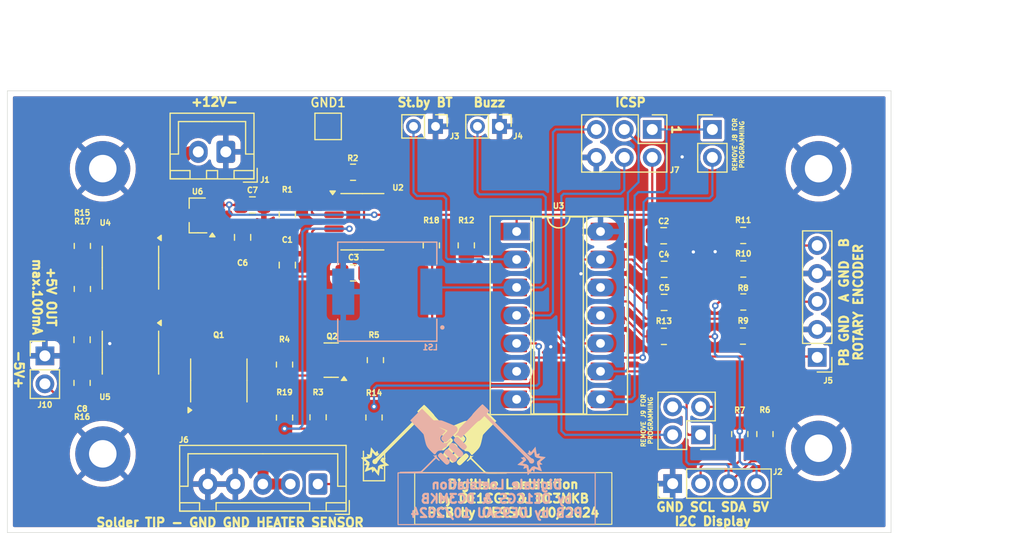
<source format=kicad_pcb>
(kicad_pcb (version 20240108) (generator "pcbnew") (generator_version "8.0")
  (layers (0 "F.Cu" signal) (31 "B.Cu" signal) (34 "B.Paste" user) (35 "F.Paste" user) (36 "B.SilkS" user "B.Silkscreen") (37 "F.SilkS" user "F.Silkscreen") (38 "B.Mask" user) (39 "F.Mask" user) (44 "Edge.Cuts" user))
  (net 0 "")
  (net 1 "GND")
  (net 2 "Net-(U2-+)")
  (net 3 "+5V")
  (net 4 "Net-(U3-PA3)")
  (net 5 "+12V")
  (net 6 "Net-(J2-Pin_2)")
  (net 7 "Net-(J2-Pin_3)")
  (net 8 "Net-(J3-Pin_2)")
  (net 9 "Net-(J4-Pin_2)")
  (net 10 "Net-(J5-Pin_1)")
  (net 11 "Net-(J5-Pin_3)")
  (net 12 "Net-(J5-Pin_5)")
  (net 13 "Net-(J6-Pin_2)")
  (net 14 "Net-(J6-Pin_1)")
  (net 15 "Net-(J8-Pin_2)")
  (net 16 "Net-(J7-MISO)")
  (net 17 "Net-(Q1-G)")
  (net 18 "Net-(Q2-G)")
  (net 19 "Net-(U2--)")
  (net 20 "Net-(R18-Pad1)")
  (net 24 "Net-(J7-~{RST})")
  (net 26 "Net-(U3-PA1)")
  (net 27 "Net-(U3-AREF{slash}PA0)")
  (net 28 "Net-(D1-A)")
  (net 29 "Net-(U3-PB2)")
  (net 30 "Net-(J7-MOSI)")
  (net 31 "Net-(J7-SCK)")
  (net 32 "Net-(U5-ADJ)")
  (net 33 "Net-(U5-VI)")
  (net 38 "Net-(J10-Pin_2)")
  (footprint "Resistor_SMD:R_0805_2012Metric_Pad1.20x1.40mm_HandSolder" (layer "F.Cu") (at 139.2174 85.6648 90)
    (property "Reference" "R12")
    (property "Value" "10k")
  )
  (footprint "Capacitor_SMD:C_0805_2012Metric_Pad1.18x1.45mm_HandSolder" (layer "F.Cu") (at 128.9597 88.17 180)
    (property "Reference" "C3")
    (property "Value" "10nF")
  )
  (footprint "Resistor_SMD:R_0805_2012Metric_Pad1.20x1.40mm_HandSolder" (layer "F.Cu") (at 125.7554 101.2828 -90)
    (property "Reference" "R3")
    (property "Value" "5K6")
  )
  (footprint "Resistor_SMD:R_0805_2012Metric_Pad1.20x1.40mm_HandSolder" (layer "F.Cu") (at 164.3794 87.8144)
    (property "Reference" "R10")
    (property "Value" "10k")
  )
  (footprint "Resistor_SMD:R_0805_2012Metric_Pad1.20x1.40mm_HandSolder" (layer "F.Cu") (at 104.3432 85.7186 -90)
    (property "Reference" "R15")
    (property "Value" "12")
  )
  (footprint "Capacitor_SMD:C_0805_2012Metric_Pad1.18x1.45mm_HandSolder" (layer "F.Cu") (at 157.1889 90.8498 180)
    (property "Reference" "C5")
    (property "Value" "10nF")
  )
  (footprint "MountingHole:MountingHole_2.5mm_Pad" (layer "F.Cu") (at 106.1974 78.6958)
    (property "Reference" "H1" (hide yes))
    (property "Value" "MountingHole_Pad" (hide yes))
  )
  (footprint "Resistor_SMD:R_0805_2012Metric_Pad1.20x1.40mm_HandSolder" (layer "F.Cu") (at 104.3432 89.6272 -90)
    (property "Reference" "R17")
    (property "Value" "750")
  )
  (footprint "Resistor_SMD:R_0805_2012Metric_Pad1.20x1.40mm_HandSolder" (layer "F.Cu") (at 136.0424 85.6714 -90)
    (property "Reference" "R18")
    (property "Value" "5K6")
  )
  (footprint "Connector_PinHeader_2.54mm:PinHeader_1x04_P2.54mm_Vertical" (layer "F.Cu") (at 157.9626 107.3089 90)
    (property "Reference" "J2")
    (property "Value" "I2C")
  )
  (footprint "Resistor_SMD:R_0805_2012Metric_Pad1.20x1.40mm_HandSolder" (layer "F.Cu") (at 122.7074 96.4918 -90)
    (property "Reference" "R4")
    (property "Value" "10K")
  )
  (footprint "Resistor_SMD:R_0805_2012Metric_Pad1.20x1.40mm_HandSolder" (layer "F.Cu") (at 130.9624 96.0918 90)
    (property "Reference" "R5")
    (property "Value" "1K")
  )
  (footprint "Package_TO_SOT_SMD:SOT-23" (layer "F.Cu") (at 126.9469 96.0918 180)
    (property "Reference" "Q2")
    (property "Value" "IRLML2060")
  )
  (footprint "Resistor_SMD:R_0805_2012Metric_Pad1.20x1.40mm_HandSolder" (layer "F.Cu") (at 122.7074 101.3148 -90)
    (property "Reference" "R19")
    (property "Value" "100k")
  )
  (footprint "Connector_PinHeader_2.54mm:PinHeader_1x02_P2.54mm_Vertical" (layer "F.Cu") (at 161.5694 75.1398)
    (property "Reference" "J8" (hide yes))
    (property "Value" "PROG-JUMP")
  )
  (footprint "Connector_PinHeader_2.00mm:PinHeader_1x02_P2.00mm_Vertical" (layer "F.Cu") (at 142.2334 74.8604 -90)
    (property "Reference" "J4")
    (property "Value" "Buzz")
  )
  (footprint "MountingHole:MountingHole_2.5mm_Pad" (layer "F.Cu") (at 106.1974 104.6038)
    (property "Reference" "H3" (hide yes))
    (property "Value" "MountingHole_Pad" (hide yes))
  )
  (footprint "Connector_PinHeader_2.54mm:PinHeader_2x03_P2.54mm_Vertical" (layer "F.Cu") (at 156.1084 75.1398 -90)
    (property "Reference" "J7")
    (property "Value" "ISP")
  )
  (footprint "Package_TO_SOT_SMD:SOT-23_Handsoldering" (layer "F.Cu") (at 114.8066 82.9478 180)
    (property "Reference" "U6")
    (property "Value" "MCP1703Ax-120xxTT")
  )
  (footprint "Package_SO:SOIC-8_3.9x4.9mm_P1.27mm" (layer "F.Cu") (at 108.712 95.4106 -90)
    (property "Reference" "U5")
    (property "Value" "LM317L_SO8")
  )
  (footprint "Package_SO:SOIC-8_3.9x4.9mm_P1.27mm" (layer "F.Cu") (at 116.7384 97.9348 90)
    (property "Reference" "Q1")
    (property "Value" "IRF7416")
  )
  (footprint "Connector_JST:JST_XH_B2B-XH-A_1x02_P2.50mm_Vertical" (layer "F.Cu") (at 117.3734 77.1718 180)
    (property "Reference" "J1")
    (property "Value" "12V POW")
  )
  (footprint "Package_DIP:DIP-14_W7.62mm_LongPads" (layer "F.Cu") (at 143.7894 84.4108)
    (property "Reference" "U3")
    (property "Value" "ATtiny84V-10P")
  )
  (footprint "Capacitor_SMD:C_0805_2012Metric_Pad1.18x1.45mm_HandSolder" (layer "F.Cu") (at 122.9614 87.4588 90)
    (property "Reference" "C1")
    (property "Value" "10nF")
  )
  (footprint "Package_SO:SO-8_3.9x4.9mm_P1.27mm" (layer "F.Cu") (at 129.7782 83.5218)
    (property "Reference" "U2")
    (property "Value" "OPA336Ux")
  )
  (footprint "MountingHole:MountingHole_2.5mm_Pad" (layer "F.Cu") (at 171.2214 104.0958)
    (property "Reference" "H2" (hide yes))
    (property "Value" "MountingHole_Pad" (hide yes))
  )
  (footprint "Capacitor_SMD:C_0805_2012Metric_Pad1.18x1.45mm_HandSolder" (layer "F.Cu") (at 157.1889 87.8398)
    (property "Reference" "C4")
    (property "Value" "10nF")
  )
  (footprint "Resistor_SMD:R_0805_2012Metric_Pad1.20x1.40mm_HandSolder" (layer "F.Cu") (at 164.3794 90.8116 180)
    (property "Reference" "R8")
    (property "Value" "10k")
  )
  (footprint "Connector_PinHeader_2.54mm:PinHeader_1x02_P2.54mm_Vertical" (layer "F.Cu") (at 100.9396 95.7022)
    (property "Reference" "J10")
    (property "Value" "5V/100mA")
  )
  (footprint "Resistor_SMD:R_0805_2012Metric_Pad1.20x1.40mm_HandSolder" (layer "F.Cu") (at 164.3474 93.9104 180)
    (property "Reference" "R9")
    (property "Value" "10k")
  )
  (footprint "Resistor_SMD:R_0805_2012Metric_Pad1.20x1.40mm_HandSolder" (layer "F.Cu") (at 130.8354 101.3018 90)
    (property "Reference" "R14")
    (property "Value" "10k")
  )
  (footprint "Resistor_SMD:R_0805_2012Metric_Pad1.20x1.40mm_HandSolder" (layer "F.Cu") (at 164.0586 102.8098 90)
    (property "Reference" "R7")
    (property "Value" "4k7")
  )
  (footprint "Capacitor_SMD:C_0805_2012Metric_Pad1.18x1.45mm_HandSolder" (layer "F.Cu") (at 119.7903 81.9978)
    (property "Reference" "C7")
    (property "Value" "1uF")
  )
  (footprint "Resistor_SMD:R_0805_2012Metric_Pad1.20x1.40mm_HandSolder" (layer "F.Cu") (at 128.9304 79.026)
    (property "Reference" "R2")
    (property "Value" "68k")
  )
  (footprint "Package_DIP:DIP-14_W8.89mm_SMDSocket_LongPads" (layer "F.Cu") (at 147.6248 92.0308)
    (property "Reference" "U3" (hide yes))
    (property "Value" "ATtiny84V-10P")
  )
  (footprint "Resistor_SMD:R_0805_2012Metric_Pad1.20x1.40mm_HandSolder" (layer "F.Cu") (at 122.9614 82.8708 90)
    (property "Reference" "R1")
    (property "Value" "100R")
  )
  (footprint "LED_SMD:LED_0805_2012Metric" (layer "F.Cu") (at 130.8354 105.3658 90)
    (property "Reference" "D1" (hide yes))
    (property "Value" "LED" (hide yes))
  )
  (footprint "Resistor_SMD:R_0805_2012Metric_Pad1.20x1.40mm_HandSolder" (layer "F.Cu") (at 104.3178 98.1616 -90)
    (property "Reference" "R16")
    (property "Value" "240")
  )
  (footprint "Resistor_SMD:R_0805_2012Metric_Pad1.20x1.40mm_HandSolder" (layer "F.Cu") (at 164.3728 84.7664 180)
    (property "Reference" "R11")
    (property "Value" "10k")
  )
  (footprint "Capacitor_SMD:C_0805_2012Metric_Pad1.18x1.45mm_HandSolder" (layer "F.Cu") (at 104.3178 94.2367 90)
    (property "Reference" "C8")
    (property "Value" "1uF")
  )
  (footprint "Capacitor_SMD:C_0805_2012Metric_Pad1.18x1.45mm_HandSolder" (layer "F.Cu") (at 118.8974 84.9403 90)
    (property "Reference" "C6")
    (property "Value" "1uF")
  )
  (footprint "TestPoint:TestPoint_Pad_2.0x2.0mm" (layer "F.Cu") (at 126.6698 74.8604)
    (property "Reference" "GND1")
    (property "Value" "GND")
  )
  (footprint "Connector_PinHeader_2.00mm:PinHeader_1x02_P2.00mm_Vertical" (layer "F.Cu") (at 136.4234 74.8604 -90)
    (property "Reference" "J3")
    (property "Value" "Std.by")
  )
  (footprint "LOGO" (layer "F.Cu") (at 136.4234 103.2068)
    (property "Reference" "G10" (hide yes))
    (property "Value" "LOGO" (hide yes))
  )
  (footprint "Package_SO:SOIC-8_3.9x4.9mm_P1.27mm" (layer "F.Cu") (at 108.712 87.692 -90)
    (property "Reference" "U4")
    (property "Value" "LM317L_SO8")
  )
  (footprint "Connector_PinHeader_2.54mm:PinHeader_1x05_P2.54mm_Vertical" (layer "F.Cu") (at 171.0944 95.8408 180)
    (property "Reference" "J5")
    (property "Value" "Conn_01x05_Pin")
  )
  (footprint "Resistor_SMD:R_0805_2012Metric_Pad1.20x1.40mm_HandSolder" (layer "F.Cu") (at 166.3446 102.8098 90)
    (property "Reference" "R6")
    (property "Value" "4k7")
  )
  (footprint "MountingHole:MountingHole_2.5mm_Pad" (layer "F.Cu") (at 171.2214 78.6958)
    (property "Reference" "H4" (hide yes))
    (property "Value" "MountingHole_Pad" (hide yes))
  )
  (footprint "Resistor_SMD:R_0805_2012Metric_Pad1.20x1.40mm_HandSolder" (layer "F.Cu") (at 157.1674 93.9358)
    (property "Reference" "R13")
    (property "Value" "10k")
  )
  (footprint "Connector_JST:JST_XH_B5B-XH-A_1x05_P2.50mm_Vertical" (layer "F.Cu") (at 125.7408 107.347 180)
    (property "Reference" "J6")
    (property "Value" "Tip")
  )
  (footprint "Capacitor_SMD:C_0805_2012Metric_Pad1.18x1.45mm_HandSolder" (layer "F.Cu") (at 157.1459 84.7918)
    (property "Reference" "C2")
    (property "Value" "100nF")
  )
  (footprint "Connector_PinHeader_2.54mm:PinHeader_2x02_P2.54mm_Vertical" (layer "F.Cu") (at 160.5026 102.8766 180)
    (property "Reference" "J9" (hide yes))
    (property "Value" "PROG-JUMP2")
  )
  (footprint "LOGO" (layer "B.Cu") (at 139.6492 103.156 180)
    (property "Reference" "G10" (hide yes))
    (property "Value" "LOGO" (hide yes))
  )
  (footprint "CPT-9019S-SMT:CUI_CPT-9019S-SMT" (layer "B.Cu") (at 132.0424 89.8718 90)
    (property "Reference" "LS1")
    (property "Value" "CPT-9019S-SMT" (hide yes))
  )
  (gr_line (start 97.536 71.628) (end 177.8 71.628) (stroke (width 0.05)) (layer "Edge.Cuts"))
  (gr_line (start 177.8 71.628) (end 177.8 111.76) (stroke (width 0.05)) (layer "Edge.Cuts"))
  (gr_line (start 177.8 111.76) (end 97.536 111.76) (stroke (width 0.05)) (layer "Edge.Cuts"))
  (gr_line (start 97.536 111.76) (end 97.536 71.628) (stroke (width 0.05)) (layer "Edge.Cuts"))
  (gr_text "REMOVE J8 FOR\nPROGRAMMING" (at 164.4904 76.5114 90) (layer "F.SilkS") (effects (font (size 0.4 0.4) (thickness 0.1) (bold yes)) (justify bottom)))
  (gr_text "1" (at 157.8102 74.6572 -90) (layer "F.SilkS") (effects (font (size 0.8 0.8) (thickness 0.2) (bold yes)) (justify left bottom)))
  (gr_text "ICSP" (at 152.6286 73.1586 0) (layer "F.SilkS") (effects (font (size 0.8 0.8) (thickness 0.2) (bold yes)) (justify left bottom)))
  (gr_text "PB GND  A GND  B\nROTARY ENCODER" (at 175.2854 90.837 90) (layer "F.SilkS") (effects (font (size 0.8 0.8) (thickness 0.2) (bold yes)) (justify bottom)))
  (gr_text "REMOVE J9 FOR\nPROGRAMMING" (at 156.1846 101.5812 90) (layer "F.SilkS") (effects (font (size 0.4 0.4) (thickness 0.1) (bold yes)) (justify bottom)))
  (gr_text "Solder TIP - GND GND HEATER SENSOR" (at 117.7544 111.3094 0) (layer "F.SilkS") (effects (font (size 0.8 0.8) (thickness 0.2) (bold yes)) (justify bottom)))
  (gr_text "+5V OUT\nmax.100mA" (at 99.7712 90.3478 270) (layer "F.SilkS") (effects (font (size 0.8 0.8) (thickness 0.2) (bold yes)) (justify bottom)))
  (gr_text "St.by BT" (at 132.8674 73.1586 0) (layer "F.SilkS") (effects (font (size 0.8 0.8) (thickness 0.2) (bold yes)) (justify left bottom)))
  (gr_text "GND SCL SDA 5V\nI2C Display" (at 161.5948 111.1951 0) (layer "F.SilkS") (effects (font (size 0.8 0.8) (thickness 0.2) (bold yes)) (justify bottom)))
  (gr_text "-5V+" (at 98.1202 95.123 270) (layer "F.SilkS") (effects (font (size 0.8 0.8) (thickness 0.2) (bold yes)) (justify left bottom)))
  (gr_text "Buzz" (at 139.7762 73.1586 0) (layer "F.SilkS") (effects (font (size 0.8 0.8) (thickness 0.2) (bold yes)) (justify left bottom)))
  (gr_text "+12V-" (at 114.1222 73.1078 0) (layer "F.SilkS") (effects (font (size 0.8 0.8) (thickness 0.2) (bold yes)) (justify left bottom)))
  (gr_text_box "Digitale Loetstation\nby OE1CGS & DC3MKB\nPCB by OE9SAU 10/2024" (start 133.0198 106.331) (end 150.9268 111.03) (layer "B.SilkS") (effects (font (size 0.8 0.8) (thickness 0.2) (bold yes)) (justify top mirror)) (border yes) (stroke (width 0.1)))
  (gr_text_box "Digitale Loetstation\nby OE1CGS & DC3MKB\nPCB by OE9SAU 10/2024" (start 134.5311 106.3056) (end 152.4381 111.0046) (layer "F.SilkS") (effects (font (size 0.8 0.8) (thickness 0.2) (bold yes)) (justify top)) (border yes) (stroke (width 0.1)))
  (via (at 146.8882 94.8756) (size 0.6) (drill 0.3) (layers "F.Cu" "B.Cu") (net 1))
  (via (at 149.6314 88.2462) (size 0.6) (drill 0.3) (layers "F.Cu" "B.Cu") (net 1))
  (via (at 161.8234 86.2396) (size 0.6) (drill 0.3) (layers "F.Cu" "B.Cu") (net 1))
  (via (at 159.8422 86.265) (size 0.6) (drill 0.3) (layers "F.Cu" "B.Cu") (net 1))
  (via (at 158.8262 77.629) (size 0.6) (drill 0.3) (layers "F.Cu" "B.Cu") (net 1))
  (via (at 106.8324 94.5896) (size 0.6) (drill 0.3) (layers "F.Cu" "B.Cu") (net 1))
  (segment (start 124.9465 88.4963) (end 122.9614 88.4963) (width 0.2) (layer "F.Cu") (net 2))
  (segment (start 125.222 88.2208) (end 124.9465 88.4963) (width 0.2) (layer "F.Cu") (net 2))
  (segment (start 125.222 84.4108) (end 125.222 88.2208) (width 0.2) (layer "F.Cu") (net 2))
  (segment (start 125.7874 102.3148) (end 125.7554 102.2828) (width 0.2) (layer "F.Cu") (net 2))
  (segment (start 122.7074 102.3148) (end 125.7874 102.3148) (width 0.2) (layer "F.Cu") (net 2))
  (segment (start 125.476 84.1568) (end 125.222 84.4108) (width 0.2) (layer "F.Cu") (net 2))
  (segment (start 128.6002 84.1568) (end 125.476 84.1568) (width 0.2) (layer "F.Cu") (net 2))
  (via (at 122.7074 102.3148) (size 0.6) (drill 0.3) (layers "F.Cu" "B.Cu") (net 2))
  (via (at 128.6002 84.1568) (size 0.6) (drill 0.3) (layers "F.Cu" "B.Cu") (net 2))
  (segment (start 124.6378 84.1568) (end 128.6002 84.1568) (width 0.2) (layer "B.Cu") (net 2))
  (segment (start 124.333 102.0384) (end 124.333 84.4616) (width 0.2) (layer "B.Cu") (net 2))
  (segment (start 124.333 84.4616) (end 124.6378 84.1568) (width 0.2) (layer "B.Cu") (net 2))
  (segment (start 124.0566 102.3148) (end 124.333 102.0384) (width 0.2) (layer "B.Cu") (net 2))
  (segment (start 122.7074 102.3148) (end 124.0566 102.3148) (width 0.2) (layer "B.Cu") (net 2))
  (segment (start 164.3888 83.1662) (end 164.1348 82.9122) (width 0.2) (layer "F.Cu") (net 3))
  (segment (start 143.9887 82.8907) (end 156.1084 82.8907) (width 0.2) (layer "F.Cu") (net 3))
  (segment (start 139.2174 84.6648) (end 140.660414 84.6648) (width 0.2) (layer "F.Cu") (net 3))
  (segment (start 116.3066 81.9978) (end 117.6528 81.9978) (width 0.2) (layer "F.Cu") (net 3))
  (segment (start 158.192 93.9604) (end 161.7734 93.9604) (width 0.2) (layer "F.Cu") (net 3))
  (segment (start 132.8706 82.8868) (end 132.8745 82.8907) (width 0.2) (layer "F.Cu") (net 3))
  (segment (start 162.2044 90.7862) (end 163.3794 90.7862) (width 0.2) (layer "F.Cu") (net 3))
  (segment (start 143.7894 84.4108) (end 143.7894 82.8907) (width 0.2) (layer "F.Cu") (net 3))
  (segment (start 164.0586 102.5464) (end 164.0586 101.8098) (width 0.2) (layer "F.Cu") (net 3))
  (segment (start 130.8608 82.8868) (end 132.8706 82.8868) (width 0.2) (layer "F.Cu") (net 3))
  (segment (start 158.1674 93.9358) (end 158.192 93.9604) (width 0.2) (layer "F.Cu") (net 3))
  (segment (start 161.8361 91.1545) (end 162.2044 90.7862) (width 0.2) (layer "F.Cu") (net 3))
  (segment (start 161.7734 93.9604) (end 161.798 93.9358) (width 0.2) (layer "F.Cu") (net 3))
  (segment (start 140.914414 84.4108) (end 143.7894 84.4108) (width 0.2) (layer "F.Cu") (net 3))
  (segment (start 156.1084 77.6798) (end 156.1084 78.8315) (width 0.2) (layer "F.Cu") (net 3))
  (segment (start 117.6782 81.9724) (end 117.7036 81.9978) (width 0.2) (layer "F.Cu") (net 3))
  (segment (start 156.1084 84.7918) (end 156.1084 82.8907) (width 0.2) (layer "F.Cu") (net 3))
  (segment (start 117.6528 81.9978) (end 117.6782 81.9724) (width 0.2) (layer "F.Cu") (net 3))
  (segment (start 166.3446 101.8098) (end 164.0586 101.8098) (width 0.2) (layer "F.Cu") (net 3))
  (segment (start 163.3794 90.7862) (end 163.3794 87.8144) (width 0.2) (layer "F.Cu") (net 3))
  (segment (start 163.3794 87.8144) (end 164.3888 86.805) (width 0.2) (layer "F.Cu") (net 3))
  (segment (start 164.3888 86.805) (end 164.3888 83.1662) (width 0.2) (layer "F.Cu") (net 3))
  (segment (start 117.7036 81.9978) (end 118.7528 81.9978) (width 0.2) (layer "F.Cu") (net 3))
  (segment (start 156.1084 78.8315) (end 156.1084 82.8907) (width 0.2) (layer "F.Cu") (net 3))
  (segment (start 164.1133 82.8907) (end 164.2618 83.0392) (width 0.2) (layer "F.Cu") (net 3))
  (segment (start 143.7894 82.8907) (end 143.9887 82.8907) (width 0.2) (layer "F.Cu") (net 3))
  (segment (start 156.1084 82.8907) (end 164.1133 82.8907) (width 0.2) (layer "F.Cu") (net 3))
  (segment (start 132.8745 82.8907) (end 143.9887 82.8907) (width 0.2) (layer "F.Cu") (net 3))
  (segment (start 158.1674 93.9358) (end 158.6728 94.4412) (width 0.2) (layer "F.Cu") (net 3))
  (segment (start 140.660414 84.6648) (end 140.914414 84.4108) (width 0.2) (layer "F.Cu") (net 3))
  (via (at 161.8361 91.1545) (size 0.6) (drill 0.3) (layers "F.Cu" "B.Cu") (net 3))
  (via (at 161.798 93.9358) (size 0.6) (drill 0.3) (layers "F.Cu" "B.Cu") (net 3))
  (via (at 117.6782 81.9724) (size 0.6) (drill 0.3) (layers "F.Cu" "B.Cu") (net 3))
  (via (at 164.0586 102.5464) (size 0.6) (drill 0.3) (layers "F.Cu" "B.Cu") (net 3))
  (via (at 130.8608 82.8868) (size 0.6) (drill 0.3) (layers "F.Cu" "B.Cu") (net 3))
  (segment (start 161.798 95.536) (end 161.798 93.9358) (width 0.2) (layer "B.Cu") (net 3))
  (segment (start 165.354 105.5436) (end 164.3126 105.5436) (width 0.2) (layer "B.Cu") (net 3))
  (segment (start 163.8554 95.7646) (end 162.0266 95.7646) (width 0.2) (layer "B.Cu") (net 3))
  (segment (start 164.3126 105.5436) (end 164.0586 105.2896) (width 0.2) (layer "B.Cu") (net 3))
  (segment (start 117.9322 82.8868) (end 117.6782 82.6328) (width 0.2) (layer "B.Cu") (net 3))
  (segment (start 161.7726 93.9104) (end 161.798 93.9358) (width 0.2) (layer "B.Cu") (net 3))
  (segment (start 164.0586 105.2896) (end 164.0586 102.5464) (width 0.2) (layer "B.Cu") (net 3))
  (segment (start 161.8361 91.1545) (end 161.7726 91.218) (width 0.2) (layer "B.Cu") (net 3))
  (segment (start 165.5826 107.3089) (end 165.5826 105.7722) (width 0.2) (layer "B.Cu") (net 3))
  (segment (start 161.7726 91.218) (end 161.7726 93.9104) (width 0.2) (layer "B.Cu") (net 3))
  (segment (start 162.0266 95.7646) (end 161.798 95.536) (width 0.2) (layer "B.Cu") (net 3))
  (segment (start 165.5826 105.7722) (end 165.354 105.5436) (width 0.2) (layer "B.Cu") (net 3))
  (segment (start 164.0586 95.9678) (end 163.8554 95.7646) (width 0.2) (layer "B.Cu") (net 3))
  (segment (start 164.0586 102.5464) (end 164.0586 95.9678) (width 0.2) (layer "B.Cu") (net 3))
  (segment (start 117.6782 82.6328) (end 117.6782 81.9724) (width 0.2) (layer "B.Cu") (net 3))
  (segment (start 130.8608 82.8868) (end 117.9322 82.8868) (width 0.2) (layer "B.Cu") (net 3))
  (segment (start 136.1186 93.0976) (end 136.3218 93.3008) (width 0.2) (layer "F.Cu") (net 4))
  (segment (start 136.3218 93.3008) (end 146.9136 93.3008) (width 0.2) (layer "F.Cu") (net 4))
  (segment (start 136.1186 86.6758) (end 136.1186 93.0976) (width 0.2) (layer "F.Cu") (net 4))
  (segment (start 130.0187 86.9547) (end 130.2976 86.6758) (width 0.2) (layer "F.Cu") (net 4))
  (segment (start 146.9136 93.3008) (end 148.1836 94.5708) (width 0.2) (layer "F.Cu") (net 4))
  (segment (start 130.0187 88.1485) (end 130.0187 86.9547) (width 0.2) (layer "F.Cu") (net 4))
  (segment (start 130.2976 86.6758) (end 136.1186 86.6758) (width 0.2) (layer "F.Cu") (net 4))
  (segment (start 148.1836 94.5708) (end 151.4094 94.5708) (width 0.2) (layer "F.Cu") (net 4))
  (segment (start 113.3066 77.962) (end 113.3066 82.9478) (width 1) (layer "F.Cu") (net 5))
  (segment (start 115.0054 85.9778) (end 114.8334 85.8058) (width 0.2) (layer "F.Cu") (net 5))
  (segment (start 118.8974 85.9778) (end 115.0054 85.9778) (width 0.2) (layer "F.Cu") (net 5))
  (segment (start 115.5446 94.7486) (end 114.8334 95.4598) (width 1) (layer "F.Cu") (net 5))
  (segment (start 114.0968 77.1718) (end 113.3066 77.962) (width 1) (layer "F.Cu") (net 5))
  (segment (start 117.3734 95.4598) (end 118.237 95.4598) (width 1) (layer "F.Cu") (net 5))
  (segment (start 116.1034 95.4598) (end 117.3734 95.4598) (width 1) (layer "F.Cu") (net 5))
  (segment (start 113.3066 84.279) (end 113.3066 82.9478) (width 1) (layer "F.Cu") (net 5))
  (segment (start 122.3394 95.4598) (end 122.7074 95.0918) (width 0.2) (layer "F.Cu") (net 5))
  (segment (start 114.8334 85.8058) (end 113.3066 84.279) (width 1) (layer "F.Cu") (net 5))
  (segment (start 114.8734 77.1718) (end 114.0968 77.1718) (width 1) (layer "F.Cu") (net 5))
  (segment (start 111.0066 82.9478) (end 113.3066 82.9478) (width 0.2) (layer "F.Cu") (net 5))
  (segment (start 114.8334 95.4598) (end 116.1034 95.4598) (width 1) (layer "F.Cu") (net 5))
  (segment (start 114.8334 95.4598) (end 114.8334 85.8058) (width 1) (layer "F.Cu") (net 5))
  (segment (start 118.6754 95.4918) (end 118.6434 95.4598) (width 0.2) (layer "F.Cu") (net 5))
  (segment (start 122.7074 95.4918) (end 118.6754 95.4918) (width 0.2) (layer "F.Cu") (net 5))
  (segment (start 118.364 94.7486) (end 115.5446 94.7486) (width 1) (layer "F.Cu") (net 5))
  (segment (start 118.237 95.4598) (end 118.2624 95.4344) (width 1) (layer "F.Cu") (net 5))
  (segment (start 118.6942 95.409) (end 118.6434 95.4598) (width 0.5) (layer "F.Cu") (net 5))
  (segment (start 110.617 85.217) (end 110.617 83.3374) (width 0.2) (layer "F.Cu") (net 5))
  (segment (start 110.617 83.3374) (end 111.0066 82.9478) (width 0.2) (layer "F.Cu") (net 5))
  (segment (start 160.5026 107.3089) (end 160.5026 105.7976) (width 0.2) (layer "F.Cu") (net 6))
  (segment (start 162.5092 100.3366) (end 160.5026 100.3366) (width 0.2) (layer "F.Cu") (net 6))
  (segment (start 160.5026 105.7976) (end 160.7566 105.5436) (width 0.2) (layer "F.Cu") (net 6))
  (segment (start 163.7284 105.5436) (end 164.0586 105.2134) (width 0.2) (layer "F.Cu") (net 6))
  (segment (start 160.6296 107.1819) (end 160.5026 107.3089) (width 0.2) (layer "F.Cu") (net 6))
  (segment (start 163.036 103.8098) (end 162.7632 103.537) (width 0.2) (layer "F.Cu") (net 6))
  (segment (start 160.7566 105.5436) (end 163.7284 105.5436) (width 0.2) (layer "F.Cu") (net 6))
  (segment (start 162.7632 103.537) (end 162.7632 100.5906) (width 0.2) (layer "F.Cu") (net 6))
  (segment (start 164.0586 105.2134) (end 164.0586 103.8098) (width 0.2) (layer "F.Cu") (net 6))
  (segment (start 164.0586 103.8098) (end 163.036 103.8098) (width 0.2) (layer "F.Cu") (net 6))
  (segment (start 162.7632 100.5906) (end 162.5092 100.3366) (width 0.2) (layer "F.Cu") (net 6))
  (segment (start 166.3446 104.934) (end 166.007515 105.271085) (width 0.2) (layer "F.Cu") (net 7))
  (segment (start 166.007515 105.271085) (end 165.080415 105.271085) (width 0.2) (layer "F.Cu") (net 7))
  (segment (start 166.3446 103.8098) (end 166.3446 104.934) (width 0.2) (layer "F.Cu") (net 7))
  (segment (start 165.080415 105.271085) (end 163.0426 107.3089) (width 0.2) (layer "F.Cu") (net 7))
  (segment (start 162.8394 105.5436) (end 163.0426 105.7468) (width 0.2) (layer "B.Cu") (net 7))
  (segment (start 158.9786 100.3366) (end 159.2072 100.5652) (width 0.2) (layer "B.Cu") (net 7))
  (segment (start 157.9626 100.3366) (end 158.9786 100.3366) (width 0.2) (layer "B.Cu") (net 7))
  (segment (start 159.2072 100.5652) (end 159.2072 105.315) (width 0.2) (layer "B.Cu") (net 7))
  (segment (start 159.2072 105.315) (end 159.4358 105.5436) (width 0.2) (layer "B.Cu") (net 7))
  (segment (start 163.0426 105.7468) (end 163.0426 107.3089) (width 0.2) (layer "B.Cu") (net 7))
  (segment (start 159.4358 105.5436) (end 162.8394 105.5436) (width 0.2) (layer "B.Cu") (net 7))
  (segment (start 140.6332 86.6648) (end 140.9192 86.9508) (width 0.2) (layer "F.Cu") (net 8))
  (segment (start 139.2174 86.6648) (end 140.6332 86.6648) (width 0.2) (layer "F.Cu") (net 8))
  (segment (start 140.9192 86.9508) (end 143.7894 86.9508) (width 0.2) (layer "F.Cu") (net 8))
  (segment (start 137.541 86.9254) (end 143.764 86.9254) (width 0.2) (layer "B.Cu") (net 8))
  (segment (start 134.4234 74.8604) (end 134.4234 80.8614) (width 0.2) (layer "B.Cu") (net 8))
  (segment (start 134.4234 80.8614) (end 134.747 81.185) (width 0.2) (layer "B.Cu") (net 8))
  (segment (start 137.3886 86.773) (end 137.541 86.9254) (width 0.2) (layer "B.Cu") (net 8))
  (segment (start 134.747 81.185) (end 137.1346 81.185) (width 0.2) (layer "B.Cu") (net 8))
  (segment (start 137.1346 81.185) (end 137.3886 81.439) (width 0.2) (layer "B.Cu") (net 8))
  (segment (start 137.3886 81.439) (end 137.3886 86.773) (width 0.2) (layer "B.Cu") (net 8))
  (segment (start 143.764 86.9254) (end 143.7894 86.9508) (width 0.2) (layer "B.Cu") (net 8))
  (segment (start 136.4234 89.4908) (end 143.7894 89.4908) (width 0.2) (layer "B.Cu") (net 9))
  (segment (start 146.431 89.1098) (end 146.05 89.4908) (width 0.2) (layer "B.Cu") (net 9))
  (segment (start 146.05 89.4908) (end 143.7894 89.4908) (width 0.2) (layer "B.Cu") (net 9))
  (segment (start 140.2334 80.8294) (end 140.4366 81.0326) (width 0.2) (layer "B.Cu") (net 9))
  (segment (start 146.431 81.2866) (end 146.431 89.1098) (width 0.2) (layer "B.Cu") (net 9))
  (segment (start 140.2334 74.8604) (end 140.2334 80.8294) (width 0.2) (layer "B.Cu") (net 9))
  (segment (start 140.4366 81.0326) (end 146.177 81.0326) (width 0.2) (layer "B.Cu") (net 9))
  (segment (start 146.177 81.0326) (end 146.431 81.2866) (width 0.2) (layer "B.Cu") (net 9))
  (segment (start 136.0424 89.8718) (end 136.4234 89.4908) (width 0.2) (layer "B.Cu") (net 9))
  (segment (start 151.4094 92.0308) (end 153.3906 92.0308) (width 0.2) (layer "F.Cu") (net 10))
  (segment (start 156.1674 95.4934) (end 156.1674 93.9358) (width 0.2) (layer "F.Cu") (net 10))
  (segment (start 171.0944 95.8408) (end 171.0182 95.7646) (width 0.2) (layer "F.Cu") (net 10))
  (segment (start 156.4386 95.7646) (end 156.1674 95.4934) (width 0.2) (layer "F.Cu") (net 10))
  (segment (start 153.3906 92.0308) (end 155.2956 93.9358) (width 0.2) (layer "F.Cu") (net 10))
  (segment (start 155.2956 93.9358) (end 156.1674 93.9358) (width 0.2) (layer "F.Cu") (net 10))
  (segment (start 171.0182 95.7646) (end 156.4386 95.7646) (width 0.2) (layer "F.Cu") (net 10))
  (segment (start 171.0944 90.7862) (end 165.6588 90.7862) (width 0.2) (layer "F.Cu") (net 11))
  (segment (start 165.6588 90.7862) (end 165.3474 91.0976) (width 0.2) (layer "F.Cu") (net 11))
  (segment (start 165.3474 91.0976) (end 165.3474 93.9104) (width 0.2) (layer "F.Cu") (net 11))
  (segment (start 165.3728 84.7664) (end 165.3728 85.0646) (width 0.2) (layer "F.Cu") (net 12))
  (segment (start 165.3794 84.7664) (end 165.3794 85.6046) (width 0.2) (layer "F.Cu") (net 12))
  (segment (start 165.3794 84.741) (end 165.3794 87.7128) (width 0.2) (layer "F.Cu") (net 12))
  (segment (start 165.3794 85.7062) (end 165.4048 85.6808) (width 0.2) (layer "F.Cu") (net 12))
  (segment (start 165.4048 85.6808) (end 171.0944 85.6808) (width 0.2) (layer "F.Cu") (net 12))
  (segment (start 117.3734 100.4098) (end 117.3734 101.1494) (width 1) (layer "F.Cu") (net 13))
  (segment (start 117.3734 100.4098) (end 115.189 100.4098) (width 1) (layer "F.Cu") (net 13))
  (segment (start 117.3734 103.9434) (end 117.8814 104.4514) (width 1) (layer "F.Cu") (net 13))
  (segment (start 120.7554 105.0394) (end 120.7554 107.347) (width 1) (layer "F.Cu") (net 13))
  (segment (start 117.3734 101.1494) (end 115.573 101.1494) (width 1) (layer "F.Cu") (net 13))
  (segment (start 114.8334 100.4098) (end 114.8842 100.4606) (width 1) (layer "F.Cu") (net 13))
  (segment (start 114.8588 101.1494) (end 116.1796 101.1494) (width 1) (layer "F.Cu") (net 13))
  (segment (start 115.573 101.1494) (end 114.8334 100.4098) (width 1) (layer "F.Cu") (net 13))
  (segment (start 120.1674 104.4514) (end 120.7554 105.0394) (width 1) (layer "F.Cu") (net 13))
  (segment (start 117.3734 101.1494) (end 117.3734 103.9434) (width 1) (layer "F.Cu") (net 13))
  (segment (start 114.8334 100.4098) (end 114.8334 101.124) (width 1) (layer "F.Cu") (net 13))
  (segment (start 120.7554 107.347) (end 123.086 107.347) (width 1) (layer "F.Cu") (net 13))
  (segment (start 114.8334 101.124) (end 114.8588 101.1494) (width 1) (layer "F.Cu") (net 13))
  (segment (start 123.086 107.347) (end 123.2554 107.5164) (width 1) (layer "F.Cu") (net 13))
  (segment (start 117.8814 104.4514) (end 120.1674 104.4514) (width 1) (layer "F.Cu") (net 13))
  (segment (start 127.4318 107.2454) (end 127.3302 107.347) (width 0.2) (layer "F.Cu") (net 14))
  (segment (start 127.2764 100.2828) (end 127.4318 100.4382) (width 0.2) (layer "F.Cu") (net 14))
  (segment (start 127.3302 107.347) (end 125.7408 107.347) (width 0.2) (layer "F.Cu") (net 14))
  (segment (start 127.4318 100.4382) (end 127.4318 107.2454) (width 0.2) (layer "F.Cu") (net 14))
  (segment (start 125.7554 100.2828) (end 127.2764 100.2828) (width 0.2) (layer "F.Cu") (net 14))
  (segment (start 155.2448 95.8662) (end 131.191 95.8662) (width 0.2) (layer "F.Cu") (net 15))
  (segment (start 130.9624 95.6376) (end 130.9624 95.0918) (width 0.2) (layer "F.Cu") (net 15))
  (segment (start 131.191 95.8662) (end 130.9624 95.6376) (width 0.2) (layer "F.Cu") (net 15))
  (via (at 155.2448 95.8662) (size 0.6) (drill 0.3) (layers "F.Cu" "B.Cu") (net 15))
  (segment (start 161.3154 81.3882) (end 161.5694 81.1342) (width 0.2) (layer "B.Cu") (net 15))
  (segment (start 155.321 81.7438) (end 155.6766 81.3882) (width 0.2) (layer "B.Cu") (net 15))
  (segment (start 155.321 95.79) (end 155.321 81.7438) (width 0.2) (layer "B.Cu") (net 15))
  (segment (start 155.6766 81.3882) (end 161.3154 81.3882) (width 0.2) (layer "B.Cu") (net 15))
  (segment (start 155.2448 95.8662) (end 155.321 95.79) (width 0.2) (layer "B.Cu") (net 15))
  (segment (start 161.5694 81.1342) (end 161.5694 77.8018) (width 0.2) (layer "B.Cu") (net 15))
  (segment (start 157.4038 80.55) (end 157.1244 80.8294) (width 0.2) (layer "B.Cu") (net 16))
  (segment (start 161.5694 75.2618) (end 161.4474 75.1398) (width 0.2) (layer "B.Cu") (net 16))
  (segment (start 157.1244 80.8294) (end 154.8384 80.8294) (width 0.2) (layer "B.Cu") (net 16))
  (segment (start 161.4474 75.1398) (end 156.1084 75.1398) (width 0.2) (layer "B.Cu") (net 16))
  (segment (start 154.5082 81.1596) (end 154.5082 99.3714) (width 0.2) (layer "B.Cu") (net 16))
  (segment (start 154.2288 99.6508) (end 151.4094 99.6508) (width 0.2) (layer "B.Cu") (net 16))
  (segment (start 154.5082 99.3714) (end 154.2288 99.6508) (width 0.2) (layer "B.Cu") (net 16))
  (segment (start 154.8384 80.8294) (end 154.5082 81.1596) (width 0.2) (layer "B.Cu") (net 16))
  (segment (start 157.4038 75.1398) (end 157.4038 80.55) (width 0.2) (layer "B.Cu") (net 16))
  (segment (start 118.6434 100.4098) (end 118.6434 97.7458) (width 0.2) (layer "F.Cu") (net 17))
  (segment (start 118.6434 97.7458) (end 118.8974 97.4918) (width 0.2) (layer "F.Cu") (net 17))
  (segment (start 118.8974 97.4918) (end 122.7074 97.4918) (width 0.2) (layer "F.Cu") (net 17))
  (segment (start 125.7808 97.4918) (end 126.0094 97.2632) (width 0.2) (layer "F.Cu") (net 17))
  (segment (start 122.7074 97.4918) (end 125.7808 97.4918) (width 0.2) (layer "F.Cu") (net 17))
  (segment (start 126.0094 97.2632) (end 126.0094 96.0918) (width 0.2) (layer "F.Cu") (net 17))
  (segment (start 130.9124 97.0418) (end 130.9624 97.0918) (width 0.2) (layer "F.Cu") (net 18))
  (segment (start 127.8844 97.0418) (end 130.9124 97.0418) (width 0.2) (layer "F.Cu") (net 18))
  (segment (start 122.9614 81.8708) (end 122.9868 81.8962) (width 0.2) (layer "F.Cu") (net 19))
  (segment (start 125.5268 79.0768) (end 127.8796 79.0768) (width 0.2) (layer "F.Cu") (net 19))
  (segment (start 125.1966 82.6836) (end 125.3998 82.8868) (width 0.2) (layer "F.Cu") (net 19))
  (segment (start 125.1966 81.8962) (end 125.1966 79.407) (width 0.2) (layer "F.Cu") (net 19))
  (segment (start 125.1966 79.407) (end 125.5268 79.0768) (width 0.2) (layer "F.Cu") (net 19))
  (segment (start 127.8796 79.0768) (end 127.9304 79.026) (width 0.2) (layer "F.Cu") (net 19))
  (segment (start 125.3998 82.8868) (end 127.2032 82.8868) (width 0.2) (layer "F.Cu") (net 19))
  (segment (start 122.9868 81.8962) (end 125.1966 81.8962) (width 0.2) (layer "F.Cu") (net 19))
  (segment (start 125.1966 81.8962) (end 125.1966 82.6836) (width 0.2) (layer "F.Cu") (net 19))
  (segment (start 134.0358 84.3092) (end 134.2644 84.5378) (width 0.2) (layer "F.Cu") (net 20))
  (segment (start 134.398 84.6714) (end 134.0358 84.3092) (width 0.2) (layer "F.Cu") (net 20))
  (segment (start 130.1242 84.1568) (end 129.9304 83.963) (width 0.2) (layer "F.Cu") (net 20))
  (segment (start 133.8834 84.1568) (end 134.0358 84.3092) (width 0.2) (layer "F.Cu") (net 20))
  (segment (start 132.3532 84.1568) (end 130.1242 84.1568) (width 0.2) (layer "F.Cu") (net 20))
  (segment (start 136.0424 84.6714) (end 134.398 84.6714) (width 0.2) (layer "F.Cu") (net 20))
  (segment (start 129.9304 83.963) (end 129.9304 79.026) (width 0.2) (layer "F.Cu") (net 20))
  (segment (start 132.3532 84.1568) (end 133.8834 84.1568) (width 0.2) (layer "F.Cu") (net 20))
  (segment (start 147.3454 75.1398) (end 151.0284 75.1398) (width 0.2) (layer "B.Cu") (net 24))
  (segment (start 147.0914 75.3938) (end 147.3454 75.1398) (width 0.2) (layer "B.Cu") (net 24))
  (segment (start 146.812 92.0308) (end 147.0914 91.7514) (width 0.2) (layer "B.Cu") (net 24))
  (segment (start 143.7894 92.0308) (end 146.812 92.0308) (width 0.2) (layer "B.Cu") (net 24))
  (segment (start 147.0914 91.7514) (end 147.0914 75.3938) (width 0.2) (layer "B.Cu") (net 24))
  (segment (start 160.7566 89.4654) (end 156.3878 89.4654) (width 0.2) (layer "F.Cu") (net 26))
  (segment (start 156.1514 89.7018) (end 156.1514 90.8498) (width 0.2) (layer "F.Cu") (net 26))
  (segment (start 156.1514 90.8498) (end 155.3338 90.8498) (width 0.2) (layer "F.Cu") (net 26))
  (segment (start 160.909 84.995) (end 160.909 89.313) (width 0.2) (layer "F.Cu") (net 26))
  (segment (start 161.1122 84.7918) (end 160.909 84.995) (width 0.2) (layer "F.Cu") (net 26))
  (segment (start 151.4348 89.4654) (end 151.4094 89.4908) (width 0.2) (layer "F.Cu") (net 26))
  (segment (start 156.3878 89.4654) (end 156.1514 89.7018) (width 0.2) (layer "F.Cu") (net 26))
  (segment (start 163.3794 84.7918) (end 161.1122 84.7918) (width 0.2) (layer "F.Cu") (net 26))
  (segment (start 155.3338 90.8498) (end 153.9494 89.4654) (width 0.2) (layer "F.Cu") (net 26))
  (segment (start 153.9494 89.4654) (end 151.4348 89.4654) (width 0.2) (layer "F.Cu") (net 26))
  (segment (start 160.909 89.313) (end 160.7566 89.4654) (width 0.2) (layer "F.Cu") (net 26))
  (segment (start 153.9748 90.7608) (end 148.9964 90.7608) (width 0.2) (layer "F.Cu") (net 27))
  (segment (start 163.3474 92.5388) (end 163.1442 92.3356) (width 0.2) (layer "F.Cu") (net 27))
  (segment (start 148.6916 87.2048) (end 148.9456 86.9508) (width 0.2) (layer "F.Cu") (net 27))
  (segment (start 148.9456 86.9508) (end 151.4094 86.9508) (width 0.2) (layer "F.Cu") (net 27))
  (segment (start 156.1514 87.8398) (end 155.1686 87.8398) (width 0.2) (layer "F.Cu") (net 27))
  (segment (start 154.2796 86.9508) (end 151.4094 86.9508) (width 0.2) (layer "F.Cu") (net 27))
  (segment (start 163.3474 93.9104) (end 163.3474 92.5388) (width 0.2) (layer "F.Cu") (net 27))
  (segment (start 155.1686 87.8398) (end 154.2796 86.9508) (width 0.2) (layer "F.Cu") (net 27))
  (segment (start 148.6916 90.456) (end 148.6916 87.2048) (width 0.2) (layer "F.Cu") (net 27))
  (segment (start 155.5496 92.3356) (end 153.9748 90.7608) (width 0.2) (layer "F.Cu") (net 27))
  (segment (start 148.9964 90.7608) (end 148.6916 90.456) (width 0.2) (layer "F.Cu") (net 27))
  (segment (start 163.1442 92.3356) (end 155.5496 92.3356) (width 0.2) (layer "F.Cu") (net 27))
  (segment (start 130.8354 104.4283) (end 130.8354 102.3018) (width 0.2) (layer "F.Cu") (net 28))
  (segment (start 145.542 94.5708) (end 143.7894 94.5708) (width 0.2) (layer "F.Cu") (net 29))
  (segment (start 145.7706 94.7994) (end 145.542 94.5708) (width 0.2) (layer "F.Cu") (net 29))
  (segment (start 130.8354 100.3018) (end 130.8354 100.3112) (width 0.2) (layer "F.Cu") (net 29))
  (via (at 130.8354 100.3112) (size 0.6) (drill 0.3) (layers "F.Cu" "B.Cu") (net 29))
  (via (at 145.796 94.8502) (size 0.6) (drill 0.3) (layers "F.Cu" "B.Cu") (net 29))
  (segment (start 145.7706 94.7994) (end 145.8214 94.8502) (width 0.2) (layer "B.Cu") (net 29))
  (segment (start 145.8214 98.203) (end 145.6182 98.4062) (width 0.2) (layer "B.Cu") (net 29))
  (segment (start 130.8354 98.6602) (end 130.8354 100.3112) (width 0.2) (layer "B.Cu") (net 29))
  (segment (start 131.0894 98.4062) (end 130.8354 98.6602) (width 0.2) (layer "B.Cu") (net 29))
  (segment (start 145.8214 94.8502) (end 145.8214 98.203) (width 0.2) (layer "B.Cu") (net 29))
  (segment (start 145.6182 98.4062) (end 131.0894 98.4062) (width 0.2) (layer "B.Cu") (net 29))
  (segment (start 143.7894 99.6508) (end 147.3666 99.6508) (width 0.2) (layer "B.Cu") (net 30))
  (segment (start 147.8534 81.185) (end 148.0566 80.9818) (width 0.2) (layer "B.Cu") (net 30))
  (segment (start 147.3666 99.6508) (end 147.8534 99.6508) (width 0.2) (layer "B.Cu") (net 30))
  (segment (start 147.8534 99.6508) (end 147.8534 81.185) (width 0.2) (layer "B.Cu") (net 30))
  (segment (start 148.0566 80.9818) (end 153.2382 80.9818) (width 0.2) (layer "B.Cu") (net 30))
  (segment (start 153.2382 80.9818) (end 153.5684 80.6516) (width 0.2) (layer "B.Cu") (net 30))
  (segment (start 153.5684 80.6516) (end 153.5684 77.6798) (width 0.2) (layer "B.Cu") (net 30))
  (segment (start 148.209 102.8766) (end 157.9626 102.8766) (width 0.2) (layer "B.Cu") (net 30))
  (segment (start 147.8534 99.6508) (end 147.8534 102.521) (width 0.2) (layer "B.Cu") (net 30))
  (segment (start 147.8534 102.521) (end 148.209 102.8766) (width 0.2) (layer "B.Cu") (net 30))
  (segment (start 159.1056 97.1108) (end 159.2326 97.2378) (width 0.2) (layer "F.Cu") (net 31))
  (segment (start 151.4094 97.1108) (end 159.1056 97.1108) (width 0.2) (layer "F.Cu") (net 31))
  (segment (start 159.2326 97.2378) (end 159.2326 102.6988) (width 0.2) (layer "F.Cu") (net 31))
  (segment (start 159.4104 102.8766) (end 160.5026 102.8766) (width 0.2) (layer "F.Cu") (net 31))
  (segment (start 159.2326 102.6988) (end 159.4104 102.8766) (width 0.2) (layer "F.Cu") (net 31))
  (segment (start 153.8986 80.887086) (end 154.8638 79.921886) (width 0.2) (layer "B.Cu") (net 31))
  (segment (start 153.8986 96.8822) (end 153.8986 80.887086) (width 0.2) (layer "B.Cu") (net 31))
  (segment (start 151.4094 97.1108) (end 153.67 97.1108) (width 0.2) (layer "B.Cu") (net 31))
  (segment (start 154.8638 76.4352) (end 153.5684 75.1398) (width 0.2) (layer "B.Cu") (net 31))
  (segment (start 154.8638 79.921886) (end 154.8638 76.4352) (width 0.2) (layer "B.Cu") (net 31))
  (segment (start 153.67 97.1108) (end 153.8986 96.8822) (width 0.2) (layer "B.Cu") (net 31))
  (segment (start 104.3178 93.1992) (end 103.2698 93.1992) (width 0.2) (layer "F.Cu") (net 32))
  (segment (start 104.5814 92.9356) (end 104.3178 93.1992) (width 0.2) (layer "F.Cu") (net 32))
  (segment (start 103.2068 97.1616) (end 104.3178 97.1616) (width 0.2) (layer "F.Cu") (net 32))
  (segment (start 106.807 92.9356) (end 104.5814 92.9356) (width 0.2) (layer "F.Cu") (net 32))
  (segment (start 103.2698 93.1992) (end 102.997 93.472) (width 0.2) (layer "F.Cu") (net 32))
  (segment (start 104.3432 90.6272) (end 104.3432 93.1738) (width 0.2) (layer "F.Cu") (net 32))
  (segment (start 102.997 93.472) (end 102.997 96.9518) (width 0.2) (layer "F.Cu") (net 32))
  (segment (start 102.997 96.9518) (end 103.2068 97.1616) (width 0.2) (layer "F.Cu") (net 32))
  (segment (start 104.3432 93.1738) (end 104.3178 93.1992) (width 0.2) (layer "F.Cu") (net 32))
  (segment (start 109.347 90.167) (end 109.347 91.313) (width 0.2) (layer "F.Cu") (net 33))
  (segment (start 110.617 91.7956) (end 110.617 92.9356) (width 0.2) (layer "F.Cu") (net 33))
  (segment (start 109.347 85.217) (end 108.077 85.217) (width 0.2) (layer "F.Cu") (net 33))
  (segment (start 107.6228 86.7186) (end 107.8768 86.7186) (width 0.2) (layer "F.Cu") (net 33))
  (segment (start 108.077 90.167) (end 109.347 90.167) (width 0.2) (layer "F.Cu") (net 33))
  (segment (start 108.077 86.9188) (end 108.077 90.167) (width 0.2) (layer "F.Cu") (net 33))
  (segment (start 110.3884 91.567) (end 110.617 91.7956) (width 0.2) (layer "F.Cu") (net 33))
  (segment (start 109.347 91.313) (end 109.601 91.567) (width 0.2) (layer "F.Cu") (net 33))
  (segment (start 109.601 91.567) (end 110.3884 91.567) (width 0.2) (layer "F.Cu") (net 33))
  (segment (start 108.077 86.5378) (end 108.077 85.217) (width 0.2) (layer "F.Cu") (net 33))
  (segment (start 107.8768 86.7186) (end 108.077 86.9188) (width 0.2) (layer "F.Cu") (net 33))
  (segment (start 107.8962 86.7186) (end 108.077 86.5378) (width 0.2) (layer "F.Cu") (net 33))
  (segment (start 104.3432 86.7186) (end 107.6228 86.7186) (width 0.2) (layer "F.Cu") (net 33))
  (segment (start 107.6228 86.7186) (end 107.8962 86.7186) (width 0.2) (layer "F.Cu") (net 33))
  (segment (start 108.077 95.706) (end 107.6452 95.2742) (width 0.2) (layer "F.Cu") (net 38))
  (segment (start 107.6718 95.2742) (end 108.077 94.869) (width 0.2) (layer "F.Cu") (net 38))
  (segment (start 109.347 92.9356) (end 108.077 92.9356) (width 0.2) (layer "F.Cu") (net 38))
  (segment (start 108.077 99.0346) (end 107.95 99.1616) (width 0.2) (layer "F.Cu") (net 38))
  (segment (start 104.3178 95.2742) (end 107.6452 95.2742) (width 0.2) (layer "F.Cu") (net 38))
  (segment (start 104.3178 99.1616) (end 101.859 99.1616) (width 0.2) (layer "F.Cu") (net 38))
  (segment (start 109.3216 98.041) (end 108.0516 98.041) (width 0.2) (layer "F.Cu") (net 38))
  (segment (start 108.077 94.869) (end 108.077 92.9356) (width 0.2) (layer "F.Cu") (net 38))
  (segment (start 107.95 99.1616) (end 104.3178 99.1616) (width 0.2) (layer "F.Cu") (net 38))
  (segment (start 101.859 99.1616) (end 100.9396 98.2422) (width 0.2) (layer "F.Cu") (net 38))
  (segment (start 108.077 97.8856) (end 108.077 99.0346) (width 0.2) (layer "F.Cu") (net 38))
  (segment (start 107.6452 95.2742) (end 107.6718 95.2742) (width 0.2) (layer "F.Cu") (net 38))
  (segment (start 108.077 97.8856) (end 108.077 95.706) (width 0.2) (layer "F.Cu") (net 38))
  (zone (net 1) (net_name "GND") (layers "F&B.Cu") (connect_pads (clearance 0.25)) (min_thickness 0.25) (fill yes (thermal_gap 0.5) (thermal_bridge_width 0.5))
    (polygon (pts (xy 97.536 71.628) (xy 97.536 111.76) (xy 177.8 111.76) (xy 177.8 71.628)))
  )
)
</source>
